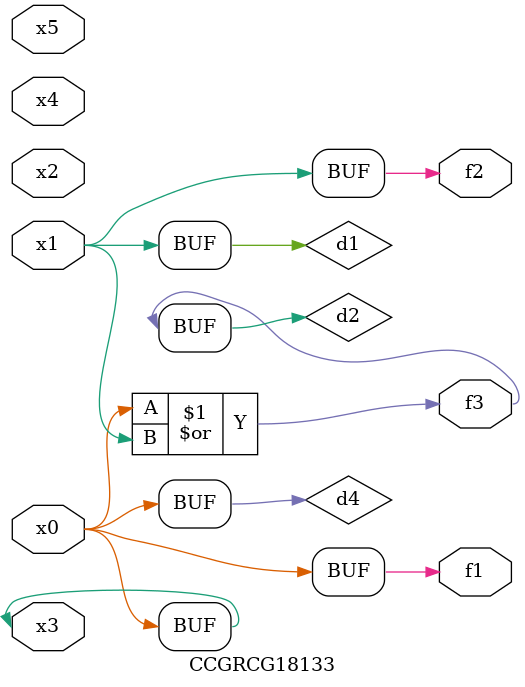
<source format=v>
module CCGRCG18133(
	input x0, x1, x2, x3, x4, x5,
	output f1, f2, f3
);

	wire d1, d2, d3, d4;

	and (d1, x1);
	or (d2, x0, x1);
	nand (d3, x0, x5);
	buf (d4, x0, x3);
	assign f1 = d4;
	assign f2 = d1;
	assign f3 = d2;
endmodule

</source>
